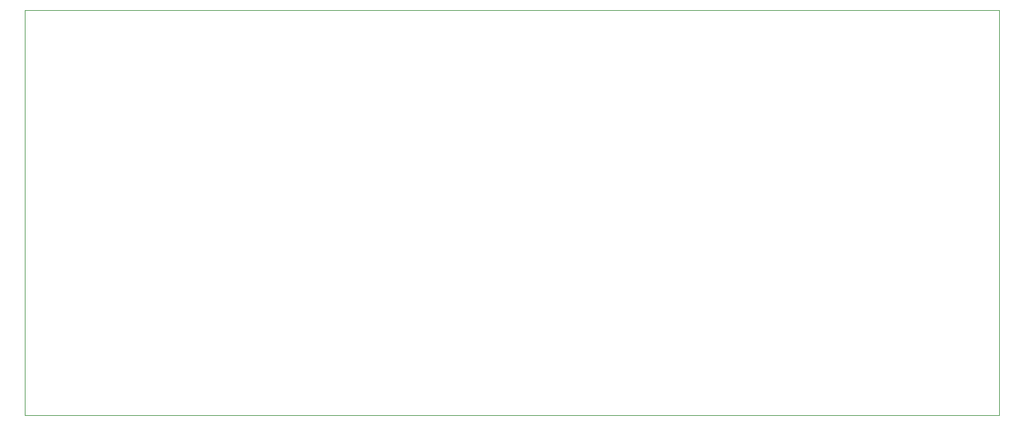
<source format=gm1>
G04 #@! TF.GenerationSoftware,KiCad,Pcbnew,7.0.8*
G04 #@! TF.CreationDate,2023-11-18T20:48:15-05:00*
G04 #@! TF.ProjectId,BMB,424d422e-6b69-4636-9164-5f7063625858,rev?*
G04 #@! TF.SameCoordinates,Original*
G04 #@! TF.FileFunction,Profile,NP*
%FSLAX46Y46*%
G04 Gerber Fmt 4.6, Leading zero omitted, Abs format (unit mm)*
G04 Created by KiCad (PCBNEW 7.0.8) date 2023-11-18 20:48:15*
%MOMM*%
%LPD*%
G01*
G04 APERTURE LIST*
G04 #@! TA.AperFunction,Profile*
%ADD10C,0.100000*%
G04 #@! TD*
G04 APERTURE END LIST*
D10*
X93395800Y-73380600D02*
X222935800Y-73380600D01*
X222935800Y-127355600D01*
X93395800Y-127355600D01*
X93395800Y-73380600D01*
M02*

</source>
